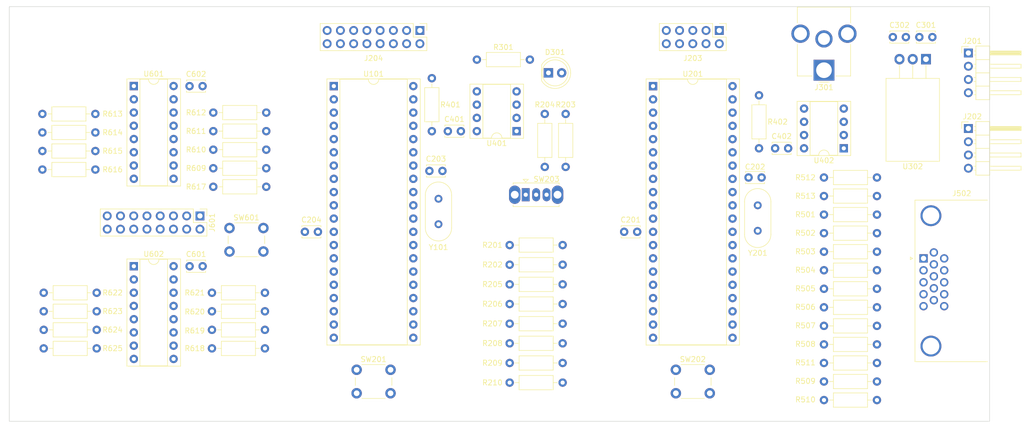
<source format=kicad_pcb>
(kicad_pcb (version 20221018) (generator pcbnew)
  (layers (0 "F.Cu" signal) (31 "B.Cu" signal) (34 "B.Paste" user) (35 "F.Paste" user) (36 "B.SilkS" user "B.Silkscreen") (37 "F.SilkS" user "F.Silkscreen") (38 "B.Mask" user) (39 "F.Mask" user) (44 "Edge.Cuts" user))
  (net 0 "")
  (net 1 "+3.3V")
  (net 2 "Net-(C201-Pad1)")
  (net 3 "Net-(U302-VI)")
  (net 4 "GND")
  (net 5 "Net-(U401-VCC)")
  (net 6 "Net-(U402-VCC)")
  (net 7 "Net-(U601-VCC)")
  (net 8 "Net-(U602-VCC)")
  (net 9 "Net-(D301-A)")
  (net 10 "/Propellers/~{SER_RES_CPU}")
  (net 11 "/Propellers/SER_TX_CPU")
  (net 12 "/Propellers/SER_RX_CPU")
  (net 13 "/Propellers/~{SER_RES_GPU}")
  (net 14 "/Propellers/SER_TX_GPU")
  (net 15 "/Propellers/SER_RX_GPU")
  (net 16 "/Propellers/GPU_SPARE_1")
  (net 17 "/Propellers/GPU_SPARE_2")
  (net 18 "/Propellers/GPU_SPARE_3")
  (net 19 "/Propellers/GPU_SPARE_4")
  (net 20 "/Propellers/GPU_SPARE_5")
  (net 21 "/Propellers/GPU_SPARE_6")
  (net 22 "/Propellers/GPU_SPARE_7")
  (net 23 "/Propellers/GPU_SPARE_8")
  (net 24 "/Propellers/GPU_SPARE_9")
  (net 26 "/Propellers/CPU_SPARE_1")
  (net 27 "/Propellers/CPU_SPARE_2")
  (net 28 "/Propellers/CPU_SPARE_3")
  (net 29 "/Propellers/CPU_SPARE_4")
  (net 30 "/Propellers/CPU_SPARE_5")
  (net 31 "/Propellers/CPU_SPARE_6")
  (net 32 "/Propellers/CPU_SPARE_7")
  (net 33 "/Propellers/CPU_SPARE_8")
  (net 34 "/Propellers/CPU_SPARE_9")
  (net 35 "/Propellers/CPU_SPARE_10")
  (net 36 "/Propellers/CPU_SPARE_11")
  (net 37 "/Propellers/CPU_SPARE_12")
  (net 38 "/Propellers/CPU_SPARE_13")
  (net 39 "/Propellers/CPU_SPARE_14")
  (net 40 "/Propellers/CPU_SPARE_15")
  (net 42 "/VGA_DAC/RED_OUT")
  (net 43 "/VGA_DAC/GREEN_OUT")
  (net 44 "/VGA_DAC/BLUE_OUT")
  (net 49 "Net-(J502-Pad13)")
  (net 50 "Net-(J502-Pad14)")
  (net 52 "Net-(SW203-C)")
  (net 53 "Net-(SW203-A)")
  (net 54 "SDA_CPU")
  (net 55 "SDA_GPU")
  (net 56 "RED1")
  (net 57 "RED2")
  (net 58 "RED3")
  (net 59 "GREEN1")
  (net 60 "GREEN2")
  (net 61 "GREEN3")
  (net 62 "BLUE1")
  (net 63 "BLUE2")
  (net 64 "H_SYNC")
  (net 65 "V_SYNC")
  (net 66 "/Input/IN8")
  (net 67 "/Input/IN7")
  (net 68 "/Input/IN6")
  (net 69 "/Input/IN5")
  (net 70 "/Input/IN4")
  (net 71 "/Input/IN3")
  (net 72 "/Input/IN2")
  (net 73 "/Input/IN1")
  (net 74 "/Input/IN9")
  (net 75 "/Input/IN10")
  (net 76 "/Input/IN11")
  (net 77 "/Input/IN12")
  (net 78 "/Input/IN13")
  (net 79 "/Input/IN14")
  (net 80 "/Input/IN15")
  (net 81 "/Input/IN16")
  (net 82 "/Propellers/DEBUG")
  (net 83 "~{INPUTS_PL}")
  (net 84 "INPUTS_CLK")
  (net 85 "INPUTS")
  (net 86 "/Propellers/GPU_DAT_1")
  (net 87 "/Propellers/CPU_DAT_1")
  (net 88 "/Propellers/GPU_DAT_2")
  (net 89 "/Propellers/CPU_DAT_2")
  (net 90 "/Propellers/GPU_DAT_3")
  (net 91 "/Propellers/CPU_DAT_3")
  (net 92 "/Propellers/GPU_DAT_4")
  (net 93 "/Propellers/CPU_DAT_4")
  (net 94 "SCL_CPU")
  (net 95 "Net-(U201-XI)")
  (net 96 "Net-(U201-XO)")
  (net 97 "SCL_GPU")
  (net 99 "/Input/SHIFT_IN")
  (net 100 "Net-(U601-DS)")
  (net 102 "Net-(C202-Pad1)")
  (net 103 "Net-(C203-Pad1)")
  (net 104 "Net-(U101-XI)")
  (net 105 "Net-(U101-XO)")
  (net 106 "/Propellers/GPU_DAT_5")
  (net 107 "/Propellers/CPU_DAT_5")
  (net 108 "/Propellers/GPU_DAT_6")
  (net 109 "/Propellers/CPU_DAT_6")
  (net 110 "/Propellers/GPU_DAT_7")
  (net 111 "/Propellers/CPU_DAT_7")
  (net 112 "/Propellers/GPU_DAT_8")
  (net 113 "/Propellers/CPU_DAT_8")
  (net 114 "Net-(C204-Pad1)")
  (footprint "Resistor_THT:R_Axial_DIN0207_L6.3mm_D2.5mm_P10.16mm_Horizontal" (layer "F.Cu") (at 156.904 115.485428 180)
    (fp_text reference "R205" (at 13.462 0) (layer "F.SilkS"))
    (fp_text value "200")
    (pad "1" thru_hole circle (at 0 0 180) (size 1.6 1.6) (drill 0.8) (layers "*.Cu" "*.Mask") (net 90 "/Propellers/GPU_DAT_3"))
    (pad "2" thru_hole oval (at 10.16 0 180) (size 1.6 1.6) (drill 0.8) (layers "*.Cu" "*.Mask") (net 91 "/Propellers/CPU_DAT_3"))
  )
  (footprint "Connector_PinHeader_2.54mm:PinHeader_1x04_P2.54mm_Horizontal" (layer "F.Cu") (at 234.696 71.12)
    (fp_text reference "J201" (at 0.762 -2.286) (layer "F.SilkS"))
    (fp_text value "CPU PGMR")
    (pad "1" thru_hole rect (at 0 0) (size 1.7 1.7) (drill 1) (layers "*.Cu" "*.Mask") (net 4 "GND"))
    (pad "2" thru_hole oval (at 0 2.54) (size 1.7 1.7) (drill 1) (layers "*.Cu" "*.Mask") (net 10 "/Propellers/~{SER_RES_CPU}"))
    (pad "3" thru_hole oval (at 0 5.08) (size 1.7 1.7) (drill 1) (layers "*.Cu" "*.Mask") (net 11 "/Propellers/SER_TX_CPU"))
    (pad "4" thru_hole oval (at 0 7.62) (size 1.7 1.7) (drill 1) (layers "*.Cu" "*.Mask") (net 12 "/Propellers/SER_RX_CPU"))
  )
  (footprint "Resistor_THT:R_Axial_DIN0207_L6.3mm_D2.5mm_P10.16mm_Horizontal" (layer "F.Cu") (at 67.31 86.36 180)
    (fp_text reference "R614" (at -3.302 0) (layer "F.SilkS"))
    (fp_text value "10K")
    (pad "1" thru_hole circle (at 0 0 180) (size 1.6 1.6) (drill 0.8) (layers "*.Cu" "*.Mask") (net 79 "/Input/IN14"))
    (pad "2" thru_hole oval (at 10.16 0 180) (size 1.6 1.6) (drill 0.8) (layers "*.Cu" "*.Mask") (net 1 "+3.3V"))
  )
  (footprint "Capacitor_THT:C_Disc_D3.4mm_W2.1mm_P2.50mm" (layer "F.Cu") (at 85.364 77.47)
    (fp_text reference "C602" (at 1.25 -2.3) (layer "F.SilkS"))
    (fp_text value "0.1u")
    (pad "1" thru_hole circle (at 0 0) (size 1.6 1.6) (drill 0.8) (layers "*.Cu" "*.Mask") (net 7 "Net-(U601-VCC)"))
    (pad "2" thru_hole circle (at 2.5 0) (size 1.6 1.6) (drill 0.8) (layers "*.Cu" "*.Mask") (net 1 "+3.3V"))
  )
  (footprint "Resistor_THT:R_Axial_DIN0207_L6.3mm_D2.5mm_P10.16mm_Horizontal" (layer "F.Cu") (at 217.17 105.664 180)
    (fp_text reference "R502" (at 13.716 0.021165) (layer "F.SilkS"))
    (fp_text value "270")
    (pad "1" thru_hole circle (at 0 0 180) (size 1.6 1.6) (drill 0.8) (layers "*.Cu" "*.Mask") (net 42 "/VGA_DAC/RED_OUT"))
    (pad "2" thru_hole oval (at 10.16 0 180) (size 1.6 1.6) (drill 0.8) (layers "*.Cu" "*.Mask") (net 56 "RED1"))
  )
  (footprint "Button_Switch_THT:SW_PUSH_6mm_H5mm" (layer "F.Cu") (at 178.614 131.862)
    (fp_text reference "SW202" (at 3.25 -2) (layer "F.SilkS"))
    (fp_text value "GPU ~{RES}")
    (pad "1" thru_hole circle (at 0 0 90) (size 2 2) (drill 1.1) (layers "*.Cu" "*.Mask") (net 4 "GND"))
    (pad "1" thru_hole circle (at 6.5 0 90) (size 2 2) (drill 1.1) (layers "*.Cu" "*.Mask") (net 4 "GND"))
    (pad "2" thru_hole circle (at 0 4.5 90) (size 2 2) (drill 1.1) (layers "*.Cu" "*.Mask") (net 13 "/Propellers/~{SER_RES_GPU}"))
    (pad "2" thru_hole circle (at 6.5 4.5 90) (size 2 2) (drill 1.1) (layers "*.Cu" "*.Mask") (net 13 "/Propellers/~{SER_RES_GPU}"))
  )
  (footprint "Resistor_THT:R_Axial_DIN0207_L6.3mm_D2.5mm_P10.16mm_Horizontal" (layer "F.Cu") (at 157.48 92.964 90)
    (fp_text reference "R203" (at 11.938 0 180) (layer "F.SilkS"))
    (fp_text value "200")
    (pad "1" thru_hole circle (at 0 0 90) (size 1.6 1.6) (drill 0.8) (layers "*.Cu" "*.Mask") (net 52 "Net-(SW203-C)"))
    (pad "2" thru_hole oval (at 10.16 0 90) (size 1.6 1.6) (drill 0.8) (layers "*.Cu" "*.Mask") (net 1 "+3.3V"))
  )
  (footprint "Connector_PinHeader_2.54mm:PinHeader_2x05_P2.54mm_Vertical" (layer "F.Cu") (at 186.939 66.802 -90)
    (fp_text reference "J203" (at 5.334 5.075 -180) (layer "F.SilkS"))
    (fp_text value "SPARE GPU HDR")
    (pad "1" thru_hole rect (at 0 0 270) (size 1.7 1.7) (drill 1) (layers "*.Cu" "*.Mask") (net 16 "/Propellers/GPU_SPARE_1"))
    (pad "2" thru_hole oval (at 2.54 0 270) (size 1.7 1.7) (drill 1) (layers "*.Cu" "*.Mask") (net 17 "/Propellers/GPU_SPARE_2"))
    (pad "3" thru_hole oval (at 0 2.54 270) (size 1.7 1.7) (drill 1) (layers "*.Cu" "*.Mask") (net 18 "/Propellers/GPU_SPARE_3"))
    (pad "4" thru_hole oval (at 2.54 2.54 270) (size 1.7 1.7) (drill 1) (layers "*.Cu" "*.Mask") (net 19 "/Propellers/GPU_SPARE_4"))
    (pad "5" thru_hole oval (at 0 5.08 270) (size 1.7 1.7) (drill 1) (layers "*.Cu" "*.Mask") (net 20 "/Propellers/GPU_SPARE_5"))
    (pad "6" thru_hole oval (at 2.54 5.08 270) (size 1.7 1.7) (drill 1) (layers "*.Cu" "*.Mask") (net 21 "/Propellers/GPU_SPARE_6"))
    (pad "7" thru_hole oval (at 0 7.62 270) (size 1.7 1.7) (drill 1) (layers "*.Cu" "*.Mask") (net 22 "/Propellers/GPU_SPARE_7"))
    (pad "8" thru_hole oval (at 2.54 7.62 270) (size 1.7 1.7) (drill 1) (layers "*.Cu" "*.Mask") (net 23 "/Propellers/GPU_SPARE_8"))
    (pad "9" thru_hole oval (at 0 10.16 270) (size 1.7 1.7) (drill 1) (layers "*.Cu" "*.Mask") (net 24 "/Propellers/GPU_SPARE_9"))
    (pad "10" thru_hole oval (at 2.54 10.16 270) (size 1.7 1.7) (drill 1) (layers "*.Cu" "*.Mask"))
  )
  (footprint "Package_DIP:DIP-40_W15.24mm_Socket" (layer "F.Cu") (at 113.03 77.47)
    (fp_text reference "U101" (at 7.62 -2.33) (layer "F.SilkS"))
    (fp_text value "P8X32A-D40")
    (pad "1" thru_hole rect (at 0 0) (size 1.6 1.6) (drill 0.8) (layers "*.Cu" "*.Mask") (net 83 "~{INPUTS_PL}"))
    (pad "2" thru_hole oval (at 0 2.54) (size 1.6 1.6) (drill 0.8) (layers "*.Cu" "*.Mask") (net 84 "INPUTS_CLK"))
    (pad "3" thru_hole oval (at 0 5.08) (size 1.6 1.6) (drill 0.8) (layers "*.Cu" "*.Mask") (net 85 "INPUTS"))
    (pad "4" thru_hole oval (at 0 7.62) (size 1.6 1.6) (drill 0.8) (layers "*.Cu" "*.Mask") (net 28 "/Propellers/CPU_SPARE_3"))
    (pad "5" thru_hole oval (at 0 10.16) (size 1.6 1.6) (drill 0.8) (layers "*.Cu" "*.Mask") (net 29 "/Propellers/CPU_SPARE_4"))
    (pad "6" thru_hole oval (at 0 12.7) (size 1.6 1.6) (drill 0.8) (layers "*.Cu" "*.Mask") (net 30 "/Propellers/CPU_SPARE_5"))
    (pad "7" thru_hole oval (at 0 15.24) (size 1.6 1.6) (drill 0.8) (layers "*.Cu" "*.Mask") (net 31 "/Propellers/CPU_SPARE_6"))
    (pad "8" thru_hole oval (at 0 17.78) (size 1.6 1.6) (drill 0.8) (layers "*.Cu" "*.Mask") (net 32 "/Propellers/CPU_SPARE_7"))
    (pad "9" thru_hole oval (at 0 20.32) (size 1.6 1.6) (drill 0.8) (layers "*.Cu" "*.Mask") (net 4 "GND"))
    (pad "10" thru_hole oval (at 0 22.86) (size 1.6 1.6) (drill 0.8) (layers "*.Cu" "*.Mask") (net 4 "GND"))
    (pad "11" thru_hole oval (at 0 25.4) (size 1.6 1.6) (drill 0.8) (layers "*.Cu" "*.Mask") (net 10 "/Propellers/~{SER_RES_CPU}"))
    (pad "12" thru_hole oval (at 0 27.94) (size 1.6 1.6) (drill 0.8) (layers "*.Cu" "*.Mask") (net 114 "Net-(C204-Pad1)"))
    (pad "13" thru_hole oval (at 0 30.48) (size 1.6 1.6) (drill 0.8) (layers "*.Cu" "*.Mask") (net 33 "/Propellers/CPU_SPARE_8"))
    (pad "14" thru_hole oval (at 0 33.02) (size 1.6 1.6) (drill 0.8) (layers "*.Cu" "*.Mask") (net 34 "/Propellers/CPU_SPARE_9"))
    (pad "15" thru_hole oval (at 0 35.56) (size 1.6 1.6) (drill 0.8) (layers "*.Cu" "*.Mask") (net 35 "/Propellers/CPU_SPARE_10"))
    (pad "16" thru_hole oval (at 0 38.1) (size 1.6 1.6) (drill 0.8) (layers "*.Cu" "*.Mask") (net 36 "/Propellers/CPU_SPARE_11"))
    (pad "17" thru_hole oval (at 0 40.64) (size 1.6 1.6) (drill 0.8) (layers "*.Cu" "*.Mask") (net 37 "/Propellers/CPU_SPARE_12"))
    (pad "18" thru_hole oval (at 0 43.18) (size 1.6 1.6) (drill 0.8) (layers "*.Cu" "*.Mask") (net 38 "/Propellers/CPU_SPARE_13"))
    (pad "19" thru_hole oval (at 0 45.72) (size 1.6 1.6) (drill 0.8) (layers "*.Cu" "*.Mask") (net 39 "/Propellers/CPU_SPARE_14"))
    (pad "20" thru_hole oval (at 0 48.26) (size 1.6 1.6) (drill 0.8) (layers "*.Cu" "*.Mask") (net 40 "/Propellers/CPU_SPARE_15"))
    (pad "21" thru_hole oval (at 15.24 48.26) (size 1.6 1.6) (drill 0.8) (layers "*.Cu" "*.Mask") (net 113 "/Propellers/CPU_DAT_8"))
    (pad "22" thru_hole oval (at 15.24 45.72) (size 1.6 1.6) (drill 0.8) (layers "*.Cu" "*.Mask") (net 111 "/Propellers/CPU_DAT_7"))
    (pad "23" thru_hole oval (at 15.24 43.18) (size 1.6 1.6) (drill 0.8) (layers "*.Cu" "*.Mask") (net 109 "/Propellers/CPU_DAT_6"))
    (pad "24" thru_hole oval (at 15.24 40.64) (size 1.6 1.6) (drill 0.8) (layers "*.Cu" "*.Mask") (net 107 "/Propellers/CPU_DAT_5"))
    (pad "25" thru_hole oval (at 15.24 38.1) (size 1.6 1.6) (drill 0.8) (layers "*.Cu" "*.Mask") (net 93 "/Propellers/CPU_DAT_4"))
    (pad "26" thru_hole oval (at 15.24 35.56) (size 1.6 1.6) (drill 0.8) (layers "*.Cu" "*.Mask") (net 91 "/Propellers/CPU_DAT_3"))
    (pad "27" thru_hole oval (at 15.24 33.02) (size 1.6 1.6) (drill 0.8) (layers "*.Cu" "*.Mask") (net 89 "/Propellers/CPU_DAT_2"))
    (pad "28" thru_hole oval (at 15.24 30.48) (size 1.6 1.6) (drill 0.8) (layers "*.Cu" "*.Mask") (net 87 "/Propellers/CPU_DAT_1"))
    (pad "29" thru_hole oval (at 15.24 27.94) (size 1.6 1.6) (drill 0.8) (layers "*.Cu" "*.Mask") (net 4 "GND"))
    (pad "30" thru_hole oval (at 15.24 25.4) (size 1.6 1.6) (drill 0.8) (layers "*.Cu" "*.Mask") (net 104 "Net-(U101-XI)"))
    (pad "31" thru_hole oval (at 15.24 22.86) (size 1.6 1.6) (drill 0.8) (layers "*.Cu" "*.Mask") (net 105 "Net-(U101-XO)"))
    (pad "32" thru_hole oval (at 15.24 20.32) (size 1.6 1.6) (drill 0.8) (layers "*.Cu" "*.Mask") (net 103 "Net-(C203-Pad1)"))
    (pad "33" thru_hole oval (at 15.24 17.78) (size 1.6 1.6) (drill 0.8) (layers "*.Cu" "*.Mask") (net 26 "/Propellers/CPU_SPARE_1"))
    (pad "34" thru_hole oval (at 15.24 15.24) (size 1.6 1.6) (drill 0.8) (layers "*.Cu" "*.Mask") (net 27 "/Propellers/CPU_SPARE_2"))
    (pad "35" thru_hole oval (at 15.24 12.7) (size 1.6 1.6) (drill 0.8) (layers "*.Cu" "*.Mask") (net 65 "V_SYNC"))
    (pad "36" thru_hole oval (at 15.24 10.16) (size 1.6 1.6) (drill 0.8) (layers "*.Cu" "*.Mask") (net 82 "/Propellers/DEBUG"))
    (pad "37" thru_hole oval (at 15.24 7.62) (size 1.6 1.6) (drill 0.8) (layers "*.Cu" "*.Mask") (net 94 "SCL_CPU"))
    (pad "38" thru_hole oval (at 15.24 5.08) (size 1.6 1.6) (drill 0.8) (layers "*.Cu" "*.Mask") (net 54 "SDA_CPU"))
    (pad "39" thru_hole oval (at 15.24 2.54) (size 1.6 1.6) (drill 0.8) (layers "*.Cu" "*.Mask") (net 12 "/Propellers/SER_RX_CPU"))
    (pad "40" thru_hole oval (at 15.24 0) (size 1.6 1.6) (drill 0.8) (layers "*.Cu" "*.Mask") (net 11 "/Propellers/SER_TX_CPU"))
  )
  (footprint "Connector_PinHeader_2.54mm:PinHeader_2x08_P2.54mm_Vertical" (layer "F.Cu") (at 87.361 102.357 -90)
    (fp_text reference "J601" (at 1.27 -2.33 90) (layer "F.SilkS"))
    (fp_text value "CONTROLS")
    (pad "1" thru_hole rect (at 0 0 270) (size 1.7 1.7) (drill 1) (layers "*.Cu" "*.Mask") (net 73 "/Input/IN1"))
    (pad "2" thru_hole oval (at 2.54 0 270) (size 1.7 1.7) (drill 1) (layers "*.Cu" "*.Mask") (net 72 "/Input/IN2"))
    (pad "3" thru_hole oval (at 0 2.54 270) (size 1.7 1.7) (drill 1) (layers "*.Cu" "*.Mask") (net 71 "/Input/IN3"))
    (pad "4" thru_hole oval (at 2.54 2.54 270) (size 1.7 1.7) (drill 1) (layers "*.Cu" "*.Mask") (net 70 "/Input/IN4"))
    (pad "5" thru_hole oval (at 0 5.08 270) (size 1.7 1.7) (drill 1) (layers "*.Cu" "*.Mask") (net 69 "/Input/IN5"))
    (pad "6" thru_hole oval (at 2.54 5.08 270) (size 1.7 1.7) (drill 1) (layers "*.Cu" "*.Mask") (net 68 "/Input/IN6"))
    (pad "7" thru_hole oval (at 0 7.62 270) (size 1.7 1.7) (drill 1) (layers "*.Cu" "*.Mask") (net 67 "/Input/IN7"))
    (pad "8" thru_hole oval (at 2.54 7.62 270) (size 1.7 1.7) (drill 1) (layers "*.Cu" "*.Mask") (net 66 "/Input/IN8"))
    (pad "9" thru_hole oval (at 0 10.16 270) (size 1.7 1.7) (drill 1) (layers "*.Cu" "*.Mask") (net 74 "/Input/IN9"))
    (pad "10" thru_hole oval (at 2.54 10.16 270) (size 1.7 1.7) (drill 1) (layers "*.Cu" "*.Mask") (net 75 "/Input/IN10"))
    (pad "11" thru_hole oval (at 0 12.7 270) (size 1.7 1.7) (drill 1) (layers "*.Cu" "*.Mask") (net 76 "/Input/IN11"))
    (pad "12" thru_hole oval (at 2.54 12.7 270) (size 1.7 1.7) (drill 1) (layers "*.Cu" "*.Mask") (net 77 "/Input/IN12"))
    (pad "13" thru_hole oval (at 0 15.24 270) (size 1.7 1.7) (drill 1) (layers "*.Cu" "*.Mask") (net 78 "/Input/IN13"))
    (pad "14" thru_hole oval (at 2.54 15.24 270) (size 1.7 1.7) (drill 1) (layers "*.Cu" "*.Mask") (net 79 "/Input/IN14"))
    (pad "15" thru_hole oval (at 0 17.78 270) (size 1.7 1.7) (drill 1) (layers "*.Cu" "*.Mask") (net 80 "/Input/IN15"))
    (pad "16" thru_hole oval (at 2.54 17.78 270) (size 1.7 1.7) (drill 1) (layers "*.Cu" "*.Mask") (net 81 "/Input/IN16"))
  )
  (footprint "Package_TO_SOT_THT:TO-220-3_Horizontal_TabDown" (layer "F.Cu") (at 226.568 72.304 180)
    (fp_text reference "U302" (at 2.54 -20.58) (layer "F.SilkS"))
    (fp_text value "LF33_TO220")
    (pad "" np_thru_hole oval (at 2.54 -16.66 180) (size 3.5 3.5) (drill 3.5) (layers "*.Cu" "*.Mask"))
    (pad "1" thru_hole rect (at 0 0 180) (size 1.905 2) (drill 1.1) (layers "*.Cu" "*.Mask") (net 3 "Net-(U302-VI)"))
    (pad "2" thru_hole oval (at 2.54 0 180) (size 1.905 2) (drill 1.1) (layers "*.Cu" "*.Mask") (net 4 "GND"))
    (pad "3" thru_hole oval (at 5.08 0 180) (size 1.905 2) (drill 1.1) (layers "*.Cu" "*.Mask") (net 1 "+3.3V"))
  )
  (footprint "Package_DIP:DIP-40_W15.24mm_Socket" (layer "F.Cu") (at 174.239 77.475)
    (fp_text reference "U201" (at 7.62 -2.33) (layer "F.SilkS"))
    (fp_text value "P8X32A-D40")
    (pad "1" thru_hole rect (at 0 0) (size 1.6 1.6) (drill 0.8) (layers "*.Cu" "*.Mask") (net 82 "/Propellers/DEBUG"))
    (pad "2" thru_hole oval (at 0 2.54) (size 1.6 1.6) (drill 0.8) (layers "*.Cu" "*.Mask") (net 18 "/Propellers/GPU_SPARE_3"))
    (pad "3" thru_hole oval (at 0 5.08) (size 1.6 1.6) (drill 0.8) (layers "*.Cu" "*.Mask") (net 19 "/Propellers/GPU_SPARE_4"))
    (pad "4" thru_hole oval (at 0 7.62) (size 1.6 1.6) (drill 0.8) (layers "*.Cu" "*.Mask") (net 20 "/Propellers/GPU_SPARE_5"))
    (pad "5" thru_hole oval (at 0 10.16) (size 1.6 1.6) (drill 0.8) (layers "*.Cu" "*.Mask") (net 21 "/Propellers/GPU_SPARE_6"))
    (pad "6" thru_hole oval (at 0 12.7) (size 1.6 1.6) (drill 0.8) (layers "*.Cu" "*.Mask") (net 22 "/Propellers/GPU_SPARE_7"))
    (pad "7" thru_hole oval (at 0 15.24) (size 1.6 1.6) (drill 0.8) (layers "*.Cu" "*.Mask") (net 23 "/Propellers/GPU_SPARE_8"))
    (pad "8" thru_hole oval (at 0 17.78) (size 1.6 1.6) (drill 0.8) (layers "*.Cu" "*.Mask") (net 24 "/Propellers/GPU_SPARE_9"))
    (pad "9" thru_hole oval (at 0 20.32) (size 1.6 1.6) (drill 0.8) (layers "*.Cu" "*.Mask") (net 4 "GND"))
    (pad "10" thru_hole oval (at 0 22.86) (size 1.6 1.6) (drill 0.8) (layers "*.Cu" "*.Mask") (net 4 "GND"))
    (pad "11" thru_hole oval (at 0 25.4) (size 1.6 1.6) (drill 0.8) (layers "*.Cu" "*.Mask") (net 13 "/Propellers/~{SER_RES_GPU}"))
    (pad "12" thru_hole oval (at 0 27.94) (size 1.6 1.6) (drill 0.8) (layers "*.Cu" "*.Mask") (net 2 "Net-(C201-Pad1)"))
    (pad "13" thru_hole oval (at 0 30.48) (size 1.6 1.6) (drill 0.8) (layers "*.Cu" "*.Mask") (net 86 "/Propellers/GPU_DAT_1"))
    (pad "14" thru_hole oval (at 0 33.02) (size 1.6 1.6) (drill 0.8) (layers "*.Cu" "*.Mask") (net 88 "/Propellers/GPU_DAT_2"))
    (pad "15" thru_hole oval (at 0 35.56) (size 1.6 1.6) (drill 0.8) (layers "*.Cu" "*.Mask") (net 90 "/Propellers/GPU_DAT_3"))
    (pad "16" thru_hole oval (at 0 38.1) (size 1.6 1.6) (drill 0.8) (layers "*.Cu" "*.Mask") (net 92 "/Propellers/GPU_DAT_4"))
    (pad "17" thru_hole oval (at 0 40.64) (size 1.6 1.6) (drill 0.8) (layers "*.Cu" "*.Mask") (net 106 "/Propellers/GPU_DAT_5"))
    (pad "18" thru_hole oval (at 0 43.18) (size 1.6 1.6) (drill 0.8) (layers "*.Cu" "*.Mask") (net 108 "/Propellers/GPU_DAT_6"))
    (pad "19" thru_hole oval (at 0 45.72) (size 1.6 1.6) (drill 0.8) (layers "*.Cu" "*.Mask") (net 110 "/Propellers/GPU_DAT_7"))
    (pad "20" thru_hole oval (at 0 48.26) (size 1.6 1.6) (drill 0.8) (layers "*.Cu" "*.Mask") (net 112 "/Propellers/GPU_DAT_8"))
    (pad "21" thru_hole oval (at 15.24 48.26) (size 1.6 1.6) (drill 0.8) (layers "*.Cu" "*.Mask") (net 63 "BLUE2"))
    (pad "22" thru_hole oval (at 15.24 45.72) (size 1.6 1.6) (drill 0.8) (layers "*.Cu" "*.Mask") (net 62 "BLUE1"))
    (pad "23" thru_hole oval (at 15.24 43.18) (size 1.6 1.6) (drill 0.8) (layers "*.Cu" "*.Mask") (net 61 "GREEN3"))
    (pad "24" thru_hole oval (at 15.24 40.64) (size 1.6 1.6) (drill 0.8) (layers "*.Cu" "*.Mask") (net 60 "GREEN2"))
    (pad "25" thru_hole oval (at 15.24 38.1) (size 1.6 1.6) (drill 0.8) (layers "*.Cu" "*.Mask") (net 59 "GREEN1"))
    (pad "26" thru_hole oval (at 15.24 35.56) (size 1.6 1.6) (drill 0.8) (layers "*.Cu" "*.Mask") (net 58 "RED3"))
    (pad "27" thru_hole oval (at 15.24 33.02) (size 1.6 1.6) (drill 0.8) (layers "*.Cu" "*.Mask") (net 57 "RED2"))
    (pad "28" thru_hole oval (at 15.24 30.48) (size 1.6 1.6) (drill 0.8) (layers "*.Cu" "*.Mask") (net 56 "RED1"))
    (pad "29" thru_hole oval (at 15.24 27.94) (size 1.6 1.6) (drill 0.8) (layers "*.Cu" "*.Mask") (net 4 "GND"))
    (pad "30" thru_hole oval (at 15.24 25.4) (size 1.6 1.6) (drill 0.8) (layers "*.Cu" "*.Mask") (net 95 "Net-(U201-XI)"))
    (pad "31" thru_hole oval (at 15.24 22.86) (size 1.6 1.6) (drill 0.8) (layers "*.Cu" "*.Mask") (net 96 "Net-(U201-XO)"))
    (pad "32" thru_hole oval (at 15.24 20.32) (size 1.6 1.6) (drill 0.8) (layers "*.Cu" "*.Mask") (net 102 "Net-(C202-Pad1)"))
    (pad "33" thru_hole oval (at 15.24 17.78) (size 1.6 1.6) (drill 0.8) (layers "*.Cu" "*.Mask") (net 65 "V_SYNC"))
    (pad "34" thru_hole oval (at 15.24 15.24) (size 1.6 1.6) (drill 0.8) (layers "*.Cu" "*.Mask") (net 64 "H_SYNC"))
    (pad "35" thru_hole oval (at 15.24 12.7) (size 1.6 1.6) (drill 0.8) (layers "*.Cu" "*.Mask") (net 16 "/Propellers/GPU_SPARE_1"))
    (pad "36" thru_hole oval (at 15.24 10.16) (size 1.6 1.6) (drill 0.8) (layers "*.Cu" "*.Mask") (net 17 "/Propellers/GPU_SPARE_2"))
    (pad "37" thru_hole oval (at 15.24 7.62) (size 1.6 1.6) (drill 0.8) (layers "*.Cu" "*.Mask") (net 97 "SCL_GPU"))
    (pad "38" thru_hole oval (at 15.24 5.08) (size 1.6 1.6) (drill 0.8) (layers "*.Cu" "*.Mask") (net 55 "SDA_GPU"))
    (pad "39" thru_hole oval (at 15.24 2.54) (size 1.6 1.6) (drill 0.8) (layers "*.Cu" "*.Mask") (net 15 "/Propellers/SER_RX_GPU"))
    (pad "40" thru_hole oval (at 15.24 0) (size 1.6 1.6) (drill 0.8) (layers "*.Cu" "*.Mask") (net 14 "/Propellers/SER_TX_GPU"))
  )
  (footprint "Crystal:Crystal_HC49-U_Vertical" (layer "F.Cu") (at 133.096 99.07 -90)
    (fp_text reference "Y101" (at 9.308 0 -180) (layer "F.SilkS"))
    (fp_text value "6.5MHz")
    (pad "1" thru_hole circle (at 0 0 270) (size 1.5 1.5) (drill 0.8) (layers "*.Cu" "*.Mask") (net 105 "Net-(U101-XO)"))
    (pad "2" thru_hole circle (at 4.88 0 270) (size 1.5 1.5) (drill 0.8) (layers "*.Cu" "*.Mask") (net 104 "Net-(U101-XI)"))
  )
  (footprint "Resistor_THT:R_Axial_DIN0207_L6.3mm_D2.5mm_P10.16mm_Horizontal" (layer "F.Cu") (at 89.916 86.106)
    (fp_text reference "R611" (at -3.302 0) (layer "F.SilkS"))
    (fp_text value "10K")
    (pad "1" thru_hole circle (at 0 0) (size 1.6 1.6) (drill 0.8) (layers "*.Cu" "*.Mask") (net 76 "/Input/IN11"))
    (pad "2" thru_hole oval (at 10.16 0) (size 1.6 1.6) (drill 0.8) (layers "*.Cu" "*.Mask") (net 1 "+3.3V"))
  )
  (footprint "Connector_Dsub:DSUB-15-HD_Female_Horizontal_P2.29x1.98mm_EdgePinOffset8.35mm_Housed_MountingHolesOffset10.89mm" (layer "F.Cu") (at 226.101669 110.508 90)
    (fp_text reference "J502" (at 12.464 7.324331 180) (layer "F.SilkS"))
    (fp_text value "VGA OUT")
    (pad "0" thru_hole circle (at -16.815 1.42 90) (size 4 4) (drill 3.2) (layers "*.Cu" "*.Mask") (net 4 "GND"))
    (pad "0" thru_hole circle (at 8.185 1.42 90) (size 4 4) (drill 3.2) (layers "*.Cu" "*.Mask") (net 4 "GND"))
    (pad "1" thru_hole rect (at 0 0 90) (size 1.6 1.6) (drill 1) (layers "*.Cu" "*.Mask") (net 42 "/VGA_DAC/RED_OUT"))
    (pad "2" thru_hole circle (at -2.29 0 90) (size 1.6 1.6) (drill 1) (layers "*.Cu" "*.Mask") (net 43 "/VGA_DAC/GREEN_OUT"))
    (pad "3" thru_hole circle (at -4.58 0 90) (size 1.6 1.6) (drill 1) (layers "*.Cu" "*.Mask") (net 44 "/VGA_DAC/BLUE_OUT"))
    (pad "4" thru_hole circle (at -6.87 0 90) (size 1.6 1.6) (drill 1) (layers "*.Cu" "*.Mask"))
    (pad "5" thru_hole circle (at -9.16 0 90) (size 1.6 1.6) (drill 1) (layers "*.Cu" "*.Mask") (net 4 "GND"))
    (pad "6" thru_hole circle (at 1.145 1.98 90) (size 1.6 1.6) (drill 1) (layers "*.Cu" "*.Mask") (net 4 "GND"))
    (pad "7" thru_hole circle (at -1.145 1.98 90) (size 1.6 1.6) (drill 1) (layers "*.Cu" "*.Mask") (net 4 "GND"))
    (pad "8" thru_hole circle (at -3.435 1.98 90) (size 1.6 1.6) (drill 1) (layers "*.Cu" "*.Mask") (net 4 "GND"))
    (pad "9" thru_hole circle (at -5.725 1.98 90) (size 1.6 1.6) (drill 1) (layers "*.Cu" "*.Mask"))
    (pad "10" thru_hole circle (at -8.015 1.98 90) (size 1.6 1.6) (drill 1) (layers "*.Cu" "*.Mask") (net 4 "GND"))
    (pad "11" thru_hole circle (at 0 3.96 90) (size 1.6 1.6) (drill 1) (layers "*.Cu" "*.Mask"))
    (pad "12" thru_hole circle (at -2.29 3.96 90) (size 1.6 1.6) (drill 1) (layers "*.Cu" "*.Mask"))
    (pad "13" thru_hole circle (at -4.58 3.96 90) (size 1.6 1.6) (drill 1) (layers "*.Cu" "*.Mask") (net 49 "Net-(J502-Pad13)"))
    (pad "14" thru_hole circle (at -6.87 3.96 90) (size 1.6 1.6) (drill 1) (layers "*.Cu" "*.Mask") (net 50 "Net-(J502-Pad14)"))
    (pad "15" thru_hole circle (at -9.16 3.96 90) (size 1.6 1.6) (drill 1) (layers "*.Cu" "*.Mask"))
  )
  (footprint "Resistor_THT:R_Axial_DIN0207_L6.3mm_D2.5mm_P10.16mm_Horizontal" (layer "F.Cu") (at 217.17 112.776 180)
    (fp_text reference "R504" (at 13.716 0.035275) (layer "F.SilkS"))
    (fp_text value "1.1K")
    (pad "1" thru_hole circle (at 0 0 180) (size 1.6 1.6) (drill 0.8) (layers "*.Cu" "*.Mask") (net 42 "/VGA_DAC/RED_OUT"))
    (pad "2" thru_hole oval (at 10.16 0 180) (size 1.6 1.6) (drill 0.8) (layers "*.Cu" "*.Mask") (net 58 "RED3"))
  )
  (footprint "Resistor_THT:R_Axial_DIN0207_L6.3mm_D2.5mm_P10.16mm_Horizontal" (layer "F.Cu") (at 156.904 126.78857 180)
    (fp_text reference "R208" (at 13.462 0) (layer "F.SilkS"))
    (fp_text value "200")
    (pad "1" thru_hole circle (at 0 0 180) (size 1.6 1.6) (drill 0.8) (layers "*.Cu" "*.Mask") (net 108 "/Propellers/GPU_DAT_6"))
    (pad "2" thru_hole oval (at 10.16 0 180) (size 1.6 1.6) (drill 0.8) (layers "*.Cu" "*.Mask") (net 109 "/Propellers/CPU_DAT_6"))
  )
  (footprint "Resistor_THT:R_Axial_DIN0207_L6.3mm_D2.5mm_P10.16mm_Horizontal" (layer "F.Cu") (at 89.916 93.218)
    (fp_text reference "R609" (at -3.302 0) (layer "F.SilkS"))
    (fp_text value "10K")
    (pad "1" thru_hole circle (at 0 0) (size 1.6 1.6) (drill 0.8) (layers "*.Cu" "*.Mask") (net 74 "/Input/IN9"))
    (pad "2" thru_hole oval (at 10.16 0) (size 1.6 1.6) (drill 0.8) (layers "*.Cu" "*.Mask") (net 1 "+3.3V"))
  )
  (footprint "Connector_PinHeader_2.54mm:PinHeader_2x08_P2.54mm_Vertical" (layer "F.Cu") (at 129.53 66.802 -90)
    (fp_text reference "J204" (at 5.334 8.88 -180) (layer "F.SilkS"))
    (fp_text value "SPARE CPU HDR")
    (pad "1" thru_hole rect (at 0 0 270) (size 1.7 1.7) (drill 1) (layers "*.Cu" "*.Mask") (net 26 "/Propellers/CPU_SPARE_1"))
    (pad "2" thru_hole oval (at 2.54 0 270) (size 1.7 1.7) (drill 1) (layers "*.Cu" "*.Mask") (net 27 "/Propellers/CPU_SPARE_2"))
    (pad "3" thru_hole oval (at 0 2.54 270) (size 1.7 1.7) (drill 1) (layers "*.Cu" "*.Mask") (net 28 "/Propellers/CPU_SPARE_3"))
    (pad "4" thru_hole oval (at 2.54 2.54 270) (size 1.7 1.7) (drill 1) (layers "*.Cu" "*.Mask") (net 29 "/Propellers/CPU_SPARE_4"))
    (pad "5" thru_hole oval (at 0 5.08 270) (size 1.7 1.7) (drill 1) (layers "*.Cu" "*.Mask") (net 30 "/Propellers/CPU_SPARE_5"))
    (pad "6" thru_hole oval (at 2.54 5.08 270) (size 1.7 1.7) (drill 1) (layers "*.Cu" "*.Mask") (net 31 "/Propellers/CPU_SPARE_6"))
    (pad "7" thru_hole oval (at 0 7.62 270) (size 1.7 1.7) (drill 1) (layers "*.Cu" "*.Mask") (net 32 "/Propellers/CPU_SPARE_7"))
    (pad "8" thru_hole oval (at 2.54 7.62 270) (size 1.7 1.7) (drill 1) (layers "*.Cu" "*.Mask") (net 33 "/Propellers/CPU_SPARE_8"))
    (pad "9" thru_hole oval (at 0 10.16 270) (size 1.7 1.7) (drill 1) (layers "*.Cu" "*.Mask") (net 34 "/Propellers/CPU_SPARE_9"))
    (pad "10" thru_hole oval (at 2.54 10.16 270) (size 1.7 1.7) (drill 1) (layers "*.Cu" "*.Mask") (net 35 "/Propellers/CPU_SPARE_10"))
    (pad "11" thru_hole oval (at 0 12.7 270) (size 1.7 1.7) (drill 1) (layers "*.Cu" "*.Mask") (net 36 "/Propellers/CPU_SPARE_11"))
    (pad "12" thru_hole oval (at 2.54 12.7 270) (size 1.7 1.7) (drill 1) (layers "*.Cu" "*.Mask") (net 37 "/Propellers/CPU_SPARE_12"))
    (pad "13" thru_hole oval (at 0 15.24 270) (size 1.7 1.7) (drill 1) (layers "*.Cu" "*.Mask") (net 38 "/Propellers/CPU_SPARE_13"))
    (pad "14" thru_hole oval (at 2.54 15.24 270) (size 1.7 1.7) (drill 1) (layers "*.Cu" "*.Mask") (net 39 "/Propellers/CPU_SPARE_14"))
    (pad "15" thru_hole oval (at 0 17.78 270) (size 1.7 1.7) (drill 1) (layers "*.Cu" "*.Mask") (net 40 "/Propellers/CPU_SPARE_15"))
    (pad "16" thru_hole oval (at 2.54 17.78 270) (size 1.7 1.7) (drill 1) (layers "*.Cu" "*.Mask"))
  )
  (footprint "Resistor_THT:R_Axial_DIN0207_L6.3mm_D2.5mm_P10.16mm_Horizontal" (layer "F.Cu") (at 89.662 120.65)
    (fp_text reference "R620" (at -3.302 0.084666) (layer "F.SilkS"))
    (fp_text value "10K")
    (pad "1" thru_hole circle (at 0 0) (size 1.6 1.6) (drill 0.8) (layers "*.Cu" "*.Mask") (net 71 "/Input/IN3"))
    (pad "2" thru_hole oval (at 10.16 0) (size 1.6 1.6) (drill 0.8) (layers "*.Cu" "*.Mask") (net 1 "+3.3V"))
  )
  (footprint "Capacitor_THT:C_Disc_D3.4mm_W2.1mm_P2.50mm" (layer "F.Cu") (at 107.482 105.41)
    (fp_text reference "C204" (at 1.25 -2.3) (layer "F.SilkS"))
    (fp_text value "0.1u")
    (pad "1" thru_hole circle (at 0 0) (size 1.6 1.6) (drill 0.8) (layers "*.Cu" "*.Mask") (net 114 "Net-(C204-Pad1)"))
    (pad "2" thru_hole circle (at 2.5 0) (size 1.6 1.6) (drill 0.8) (layers "*.Cu" "*.Mask") (net 1 "+3.3V"))
  )
  (footprint "Capacitor_THT:C_Disc_D3.4mm_W2.1mm_P2.50mm" (layer "F.Cu") (at 134.894 86.116)
    (fp_text reference "C401" (at 1.25 -2.3) (layer "F.SilkS"))
    (fp_text value "0.1u")
    (pad "1" thru_hole circle (at 0 0) (size 1.6 1.6) (drill 0.8) (layers "*.Cu" "*.Mask") (net 5 "Net-(U401-VCC)"))
    (pad "2" thru_hole circle (at 2.5 0) (size 1.6 1.6) (drill 0.8) (layers "*.Cu" "*.Mask") (net 1 "+3.3V"))
  )
  (footprint "Capacitor_THT:C_Disc_D3.4mm_W2.1mm_P2.50mm" (layer "F.Cu") (at 195.052 94.996 180)
    (fp_text reference "C202" (at 1.25 2.032) (layer "F.SilkS"))
    (fp_text value "0.1u")
    (pad "1" thru_hole circle (at 0 0 180) (size 1.6 1.6) (drill 0.8) (layers "*.Cu" "*.Mask") (net 102 "Net-(C202-Pad1)"))
    (pad "2" thru_hole circle (at 2.5 0 180) (size 1.6 1.6) (drill 0.8) (layers "*.Cu" "*.Mask") (net 1 "+3.3V"))
  )
  (footprint "Resistor_THT:R_Axial_DIN0207_L6.3mm_D2.5mm_P10.16mm_Horizontal" (layer "F.Cu") (at 67.31 82.804 180)
    (fp_text reference "R613" (at -3.302 0) (layer "F.SilkS"))
    (fp_text value "10K")
    (pad "1" thru_hole circle (at 0 0 180) (size 1.6 1.6) (drill 0.8) (layers "*.Cu" "*.Mask") (net 78 "/Input/IN13"))
    (pad "2" thru_hole oval (at 10.16 0 180) (size 1.6 1.6) (drill 0.8) (layers "*.Cu" "*.Mask") (net 1 "+3.3V"))
  )
  (footprint "Connector_PinHeader_2.54mm:PinHeader_1x04_P2.54mm_Horizontal" (layer "F.Cu") (at 234.696 85.598)
    (fp_text reference "J202" (at 0.762 -2.286) (layer "F.SilkS"))
    (fp_text value "GPU PGMR")
    (pad "1" thru_hole rect (at 0 0) (size 1.7 1.7) (drill 1) (layers "*.Cu" "*.Mask") (net 4 "GND"))
    (pad "2" thru_hole oval (at 0 2.54) (size 1.7 1.7) (drill 1) (layers "*.Cu" "*.Mask") (net 13 "/Propellers/~{SER_RES_GPU}"))
    (pad "3" thru_hole oval (at 0 5.08) (size 1.7 1.7) (drill 1) (layers "*.Cu" "*.Mask") (net 14 "/Propellers/SER_TX_GPU"))
    (pad "4" thru_hole oval (at 0 7.62) (size 1.7 1.7) (drill 1) (layers "*.Cu" "*.Mask") (net 15 "/Propellers/SER_RX_GPU"))
  )
  (footprint "Resistor_THT:R_Axial_DIN0207_L6.3mm_D2.5mm_P10.16mm_Horizontal" (layer "F.Cu") (at 89.916 89.662)
    (fp_text reference "R610" (at -3.302 0) (layer "F.SilkS"))
    (fp_text value "10K")
    (pad "1" thru_hole circle (at 0 0) (size 1.6 1.6) (drill 0.8) (layers "*.Cu" "*.Mask") (net 75 "/Input/IN10"))
    (pad "2" thru_hole oval (at 10.16 0) (size 1.6 1.6) (drill 0.8) (layers "*.Cu" "*.Mask") (net 1 "+3.3V"))
  )
  (footprint "Package_DIP:DIP-16_W7.62mm_Socket" (layer "F.Cu") (at 74.686 112.004)
    (fp_text reference "U602" (at 3.81 -2.33) (layer "F.SilkS"))
    (fp_text value "74HC165")
    (pad "1" thru_hole rect (at 0 0) (size 1.6 1.6) (drill 0.8) (layers "*.Cu" "*.Mask") (net 83 "~{INPUTS_PL}"))
    (pad "2" thru_hole oval (at 0 2.54) (size 1.6 1.6) (drill 0.8) (layers "*.Cu" "*.Mask") (net 84 "INPUTS_CLK"))
    (pad "3" thru_hole oval (at 0 5.08) (size 1.6 1.6) (drill 0.8) (layers "*.Cu" "*.Mask") (net 69 "/Input/IN5"))
    (pad "4" thru_hole oval (at 0 7.62) (size 1.6 1.6) (drill 0.8) (layers "*.Cu" "*.Mask") (net 68 "/Input/IN6"))
    (pad "5" thru_hole oval (at 0 10.16) (size 1.6 1.6) (drill 0.8) (layers "*.Cu" "*.Mask") (net 67 "/Input/IN7"))
    (pad "6" thru_hole oval (at 0 12.7) (size 1.6 1.6) (drill 0.8) (layers "*.Cu" "*.Mask") (net 66 "/Input/IN8"))
    (pad "7" thru_hole oval (at 0 15.24) (size 1.6 1.6) (drill 0.8) (layers "*.Cu" "*.Mask"))
    (pad "8" thru_hole oval (at 0 17.78) (size 1.6 1.6) (drill 0.8) (layers "*.Cu" "*.Mask") (net 4 "GND"))
    (pad "9" thru_hole oval (at 7.62 17.78) (size 1.6 1.6) (drill 0.8) (layers "*.Cu" "*.Mask") (net 85 "INPUTS"))
    (pad "10" thru_hole oval (at 7.62 15.24) (size 1.6 1.6) (drill 0.8) (layers "*.Cu" "*.Mask") (net 99 "/Input/SHIFT_IN"))
    (pad "11" thru_hole oval (at 7.62 12.7) (size 1.6 1.6) (drill 0.8) (layers "*.Cu" "*.Mask") (net 73 "/Input/IN1"))
    (pad "12" thru_hole oval (at 7.62 10.16) (size 1.6 1.6) (drill 0.8) (layers "*.Cu" "*.Mask") (net 72 "/Input/IN2"))
    (pad "13" thru_hole oval (at 7.62 7.62) (size 1.6 1.6) (drill 0.8) (layers "*.Cu" "*.Mask") (net 71 "/Input/IN3"))
    (pad "14" thru_hole oval (at 7.62 5.08) (size 1.6 1.6) (drill 0.8) (layers "*.Cu" "*.Mask") (net 70 "/Input/IN4"))
    (pad "15" thru_hole oval (at 7.62 2.54) (size 1.6 1.6) (drill 0.8) (layers "*.Cu" "*.Mask") (net 4 "GND"))
    (pad "16" thru_hole oval (at 7.62 0) (size 1.6 1.6) (drill 0.8) (layers "*.Cu" "*.Mask") (net 8 "Net-(U602-VCC)"))
  )
  (footprint "Resistor_THT:R_Axial_DIN0207_L6.3mm_D2.5mm_P10.16mm_Horizontal" (layer "F.Cu") (at 89.662 124.206)
    (fp_text reference "R619" (at -3.302 0.169332) (layer "F.SilkS"))
    (fp_text value "10K")
    (pad "1" thru_hole circle (at 0 0) (size 1.6 1.6) (drill 0.8) (layers "*.Cu" "*.Mask") (net 72 "/Input/IN2"))
    (pad "2" thru_hole oval (at 10.16 0) (size 1.6 1.6) (drill 0.8) (layers "*.Cu" "*.Mask") (net 1 "+3.3V"))
  )
  (footprint "Resistor_THT:R_Axial_DIN0207_L6.3mm_D2.5mm_P10.16mm_Horizontal" (layer "F.Cu") (at 207.01 127)
    (fp_text reference "R508" (at -3.556 -0.063495) (layer "F.SilkS"))
    (fp_text value "150")
    (pad "1" thru_hole circle (at 0 0) (size 1.6 1.6) (drill 0.8) (layers "*.Cu" "*.Mask") (net 4 "GND"))
    (pad "2" thru_hole oval (at 10.16 0) (size 1.6 1.6) (drill 0.8) (layers "*.Cu" "*.Mask") (net 43 "/VGA_DAC/GREEN_OUT"))
  )
  (footprint "Resistor_THT:R_Axial_DIN0207_L6.3mm_D2.5mm_P10.16mm_Horizontal" (layer "F.Cu") (at 67.564 124.206 180)
    (fp_text reference "R624" (at -3.048 0) (layer "F.SilkS"))
    (fp_text value "10K")
    (pad "1" thru_hole circle (at 0 0 180) (size 1.6 1.6) (drill 0.8) (layers "*.Cu" "*.Mask") (net 67 "/Input/IN7"))
    (pad "2" thru_hole oval (at 10.16 0 180) (size 1.6 1.6) (drill 0.8) (layers "*.Cu" "*.Mask") (net 1 "+3.3V"))
  )
  (footprint "Package_DIP:DIP-8_W7.62mm_Socket" (layer "F.Cu") (at 148.072 86.106 180)
    (fp_text reference "U401" (at 3.81 -2.33) (layer "F.SilkS"))
    (fp_text value "24LC256")
    (pad "1" thru_hole rect (at 0 0 180) (size 1.6 1.6) (drill 0.8) (layers "*.Cu" "*.Mask") (net 4 "GND"))
    (pad "2" thru_hole oval (at 0 2.54 180) (size 1.6 1.6) (drill 0.8) (layers "*.Cu" "*.Mask") (net 4 "GND"))
    (pad "3" thru_hole oval (at 0 5.08 180) (size 1.6 1.6) (drill 0.8) (layers "*.Cu" "*.Mask") (net 4 "GND"))
    (pad "4" thru_hole oval (at 0 7.62 180) (size 1.6 1.6) (drill 0.8) (layers "*.Cu" "*.Mask") (net 4 "GND"))
    (pad "5" thru_hole oval (at 7.62 7.62 180) (size 1.6 1.6) (drill 0.8) (layers "*.Cu" "*.Mask") (net 54 "SDA_CPU"))
    (pad "6" thru_hole oval (at 7.62 5.08 180) (size 1.6 1.6) (drill 0.8) (layers "*.Cu" "*.Mask") (net 94 "SCL_CPU"))
    (pad "7" thru_hole oval (at 7.62 2.54 180) (size 1.6 1.6) (drill 0.8) (layers "*.Cu" "*.Mask") (net 4 "GND"))
    (pad "8" thru_hole oval (at 7.62 0 180) (size 1.6 1.6) (drill 0.8) (layers "*.Cu" "*.Mask") (net 5 "Net-(U401-VCC)"))
  )
  (footprint "Resistor_THT:R_Axial_DIN0207_L6.3mm_D2.5mm_P10.16mm_Horizontal" (layer "F.Cu") (at 156.904 111.717714 180)
    (fp_text reference "R202" (at 13.462 0) (layer "F.SilkS"))
    (fp_text value "200")
    (pad "1" thru_hole circle (at 0 0 180) (size 1.6 1.6) (drill 0.8) (layers "*.Cu" "*.Mask") (net 88 "/Propellers/GPU_DAT_2"))
    (pad "2" thru_hole oval (at 10.16 0 180) (size 1.6 1.6) (drill 0.8) (layers "*.Cu" "*.Mask") (net 89 "/Propellers/CPU_DAT_2"))
  )
  (footprint "LED_THT:LED_D5.0mm" (layer "F.Cu") (at 154.178 74.93)
    (fp_text reference "D301" (at 1.27 -3.96) (layer "F.SilkS"))
    (fp_text value "POWER LED")
    (pad "1" thru_hole rect (at 0 0) (size 1.8 1.8) (drill 0.9) (layers "*.Cu" "*.Mask") (net 4 "GND"))
    (pad "2" thru_hole circle (at 2.54 0) (size 1.8 1.8) (drill 0.9) (layers "*.Cu" "*.Mask") (net 9 "Net-(D301-A)"))
  )
  (footprint "Resistor_THT:R_Axial_DIN0207_L6.3mm_D2.5mm_P10.16mm_Horizontal" (layer "F.Cu") (at 217.17 102.108 180)
    (fp_text reference "R501" (at 13.716 0.01411) (layer "F.SilkS"))
    (fp_text value "150")
    (pad "1" thru_hole circle (at 0 0 180) (size 1.6 1.6) (drill 0.8) (layers "*.Cu" "*.Mask") (net 4 "GND"))
    (pad "2" thru_hole oval (at 10.16 0 180) (size 1.6 1.6) (drill 0.8) (layers "*.Cu" "*.Mask") (net 42 "/VGA_DAC/RED_OUT"))
  )
  (footprint "Resistor_THT:R_Axial_DIN0207_L6.3mm_D2.5mm_P10.16mm_Horizontal" (layer "F.Cu") (at 67.31 89.916 180)
    (fp_text reference "R615" (at -3.302 0) (layer "F.SilkS"))
    (fp_text value "10K")
    (pad "1" thru_hole circle (at 0 0 180) (size 1.6 1.6) (drill 0.8) (layers "*.Cu" "*.Mask") (net 80 "/Input/IN15"))
    (pad "2" thru_hole oval (at 10.16 0 180) (size 1.6 1.6) (drill 0.8) (layers "*.Cu" "*.Mask") (net 1 "+3.3V"))
  )
  (footprint "Resistor_THT:R_Axial_DIN0207_L6.3mm_D2.5mm_P10.16mm_Horizontal" (layer "F.Cu") (at 131.826 75.956 -90)
    (fp_text reference "R401" (at 5.08 -3.556 -180) (layer "F.SilkS"))
    (fp_text value "10K")
    (pad "1" thru_hole circle (at 0 0 270) (size 1.6 1.6) (drill 0.8) (layers "*.Cu" "*.Mask") (net 54 "SDA_CPU"))
    (pad "2" thru_hole oval (at 10.16 0 270) (size 1.6 1.6) (drill 0.8) (layers "*.Cu" "*.Mask") (net 5 "Net-(U401-VCC)"))
  )
  (footprint "Resistor_THT:R_Axial_DIN0207_L6.3mm_D2.5mm_P10.16mm_Horizontal" (layer "F.Cu") (at 156.904 107.95 180)
    (fp_text reference "R201" (at 13.462 0) (layer "F.SilkS"))
    (fp_text value "200")
    (pad "1" thru_hole circle (at 0 0 180) (size 1.6 1.6) (drill 0.8) (layers "*.Cu" "*.Mask") (net 86 "/Propellers/GPU_DAT_1"))
    (pad "2" thru_hole oval (at 10.16 0 180) (size 1.6 1.6) (drill 0.8) (layers "*.Cu" "*.Mask") (net 87 "/Propellers/CPU_DAT_1"))
  )
  (footprint "Resistor_THT:R_Axial_DIN0207_L6.3mm_D2.5mm_P10.16mm_Horizontal" (layer "F.Cu") (at 67.564 120.65 180)
    (fp_text reference "R623" (at -3.048 0) (layer "F.SilkS"))
    (fp_text value "10K")
    (pad "1" thru_hole circle (at 0 0 180) (size 1.6 1.6) (drill 0.8) (layers "*.Cu" "*.Mask") (net 68 "/Input/IN6"))
    (pad "2" thru_hole oval (at 10.16 0 180) (size 1.6 1.6) (drill 0.8) (layers "*.Cu" "*.Mask") (net 1 "+3.3V"))
  )
  (footprint "Capacitor_THT:C_Disc_D3.4mm_W2.1mm_P2.50mm" (layer "F.Cu") (at 168.696 105.41)
    (fp_text reference "C201" (at 1.25 -2.3) (layer "F.SilkS"))
    (fp_text value "0.1u")
    (pad "1" thru_hole circle (at 0 0) (size 1.6 1.6) (drill 0.8) (layers "*.Cu" "*.Mask") (net 2 "Net-(C201-Pad1)"))
    (pad "2" thru_hole circle (at 2.5 0) (size 1.6 1.6) (drill 0.8) (layers "*.Cu" "*.Mask") (net 1 "+3.3V"))
  )
  (footprint "Resistor_THT:R_Axial_DIN0207_L6.3mm_D2.5mm_P10.16mm_Horizontal" (layer "F.Cu") (at 217.17 94.996 180)
    (fp_text reference "R512" (at 13.716 0) (layer "F.SilkS"))
    (fp_text value "220")
    (pad "1" thru_hole circle (at 0 0 180) (size 1.6 1.6) (drill 0.8) (layers "*.Cu" "*.Mask") (net 50 "Net-(J502-Pad14)"))
    (pad "2" thru_hole oval (at 10.16 0 180) (size 1.6 1.6) (drill 0.8) (layers "*.Cu" "*.Mask") (net 64 "H_SYNC"))
  )
  (footprint "Resistor_THT:R_Axial_DIN0207_L6.3mm_D2.5mm_P10.16mm_Horizontal" (layer "F.Cu") (at 89.662 117.094)
    (fp_text reference "R621" (at -3.302 0) (layer "F.SilkS"))
    (fp_text value "10K")
    (pad "1" thru_hole circle (at 0 0) (size 1.6 1.6) (drill 0.8) (layers "*.Cu" "*.Mask") (net 70 "/Input/IN4"))
    (pad "2" thru_hole oval (at 10.16 0) (size 1.6 1.6) (drill 0.8) (layers "*.Cu" "*.Mask") (net 1 "+3.3V"))
  )
  (footprint "Resistor_THT:R_Axial_DIN0207_L6.3mm_D2.5mm_P10.16mm_Horizontal" (layer "F.Cu") (at 194.554 79.238 -90)
    (fp_text reference "R402" (at 5.09 -3.566 -180) (layer "F.SilkS"))
    (fp_text value "10K")
    (pad "1" thru_hole circle (at 0 0 270) (size 1.6 1.6) (drill 0.8) (layers "*.Cu" "*.Mask") (net 55 "SDA_GPU"))
    (pad "2" thru_hole oval (at 10.16 0 270) (size 1.6 1.6) (drill 0.8) (layers "*.Cu" "*.Mask") (net 6 "Net-(U402-VCC)"))
  )
  (footprint "Capacitor_THT:C_Disc_D3.4mm_W2.1mm_P2.50mm" (layer "F.Cu") (at 85.374 112.004)
    (fp_text reference "C601" (at 1.25 -2.3) (layer "F.SilkS"))
    (fp_text value "0.1u")
    (pad "1" thru_hole circle (at 0 0) (size 1.6 1.6) (drill 0.8) (layers "*.Cu" "*.Mask") (net 8 "Net-(U602-VCC)"))
    (pad "2" thru_hole circle (at 2.5 0) (size 1.6 1.6) (drill 0.8) (layers "*.Cu" "*.Mask") (net 1 "+3.3V"))
  )
  (footprint "Resistor_THT:R_Axial_DIN0207_L6.3mm_D2.5mm_P10.16mm_Horizontal" (layer "F.Cu") (at 217.17 116.332 180)
    (fp_text reference "R505" (at 13.716 0.04233) (layer "F.SilkS"))
    (fp_text value "270")
    (pad "1" thru_hole circle (at 0 0 180) (size 1.6 1.6) (drill 0.8) (layers "*.Cu" "*.Mask") (net 43 "/VGA_DAC/GREEN_OUT"))
    (pad "2" thru_hole oval (at 10.16 0 180) (size 1.6 1.6) (drill 0.8) (layers "*.Cu" "*.Mask") (net 59 "GREEN1"))
  )
  (footprint "Button_Switch_THT:SW_PUSH_6mm_H5mm" (layer "F.Cu") (at 93.026 104.684)
    (fp_text reference "SW601" (at 3.25 -2) (layer "F.SilkS"))
    (fp_text value "TILT")
    (pad "1" thru_hole circle (at 0 0 90) (size 2 2) (drill 1.1) (layers "*.Cu" "*.Mask") (net 4 "GND"))
    (pad "1" thru_hole circle (at 6.5 0 90) (size 2 2) (drill 1.1) (layers "*.Cu" "*.Mask") (net 4 "GND"))
    (pad "2" thru_hole circle (at 0 4.5 90) (size 2 2) (drill 1.1) (layers "*.Cu" "*.Mask") (net 100 "Net-(U601-DS)"))
    (pad "2" thru_hole circle (at 6.5 4.5 90) (size 2 2) (drill 1.1) (layers "*.Cu" "*.Mask") (net 100 "Net-(U601-DS)"))
  )
  (footprint "Resistor_THT:R_Axial_DIN0207_L6.3mm_D2.5mm_P10.16mm_Horizontal" (layer "F.Cu") (at 140.462 72.39)
    (fp_text reference "R301" (at 5.08 -2.37) (layer "F.SilkS"))
    (fp_text value "100")
    (pad "1" thru_hole circle (at 0 0) (size 1.6 1.6) (drill 0.8) (layers "*.Cu" "*.Mask") (net 1 "+3.3V"))
    (pad "2" thru_hole oval (at 10.16 0) (size 1.6 1.6) (drill 0.8) (layers "*.Cu" "*.Mask") (net 9 "Net-(D301-A)"))
  )
  (footprint "Capacitor_THT:C_Disc_D3.4mm_W2.1mm_P2.50mm" (layer "F.Cu") (at 131.358 93.736)
    (fp_text reference "C203" (at 1.25 -2.3) (layer "F.SilkS"))
    (fp_text value "0.1u")
    (pad "1" thru_hole circle (at 0 0) (size 1.6 1.6) (drill 0.8) (layers "*.Cu" "*.Mask") (net 103 "Net-(C203-Pad1)"))
    (pad "2" thru_hole circle (at 2.5 0) (size 1.6 1.6) (drill 0.8) (layers "*.Cu" "*.Mask") (net 1 "+3.3V"))
  )
  (footprint "Resistor_THT:R_Axial_DIN0207_L6.3mm_D2.5mm_P10.16mm_Horizontal" (layer "F.Cu") (at 156.904 123.020856 180)
    (fp_text reference "R207" (at 13.462 0) (layer "F.SilkS"))
    (fp_text value "200")
    (pad "1" thru_hole circle (at 0 0 180) (size 1.6 1.6) (drill 0.8) (layers "*.Cu" "*.Mask") (net 106 "/Propellers/GPU_DAT_5"))
    (pad "2" thru_hole oval (at 10.16 0 180) (size 1.6 1.6) (drill 0.8) (layers "*.Cu" "*.Mask") (net 107 "/Propellers/CPU_DAT_5"))
  )
  (footprint "Button_Switch_THT:SW_PUSH_6mm_H5mm" (layer "F.Cu") (at 117.405 131.862)
    (fp_text reference "SW201" (at 3.25 -2) (layer "F.SilkS"))
    (fp_text value "CPU ~{RES}")
    (pad "1" thru_hole circle (at 0 0 90) (size 2 2) (drill 1.1) (layers "*.Cu" "*.Mask") (net 4 "GND"))
    (pad "1" thru_hole circle (at 6.5 0 90) (size 2 2) (drill 1.1) (layers "*.Cu" "*.Mask") (net 4 "GND"))
    (pad "2" thru_hole circle (at 0 4.5 90) (size 2 2) (drill 1.1) (layers "*.Cu" "*.Mask") (net 10 "/Propellers/~{SER_RES_CPU}"))
    (pad "2" thru_hole circle (at 6.5 4.5 90) (size 2 2) (drill 1.1) (layers "*.Cu" "*.Mask") (net 10 "/Propellers/~{SER_RES_CPU}"))
  )
  (footprint "Resistor_THT:R_Axial_DIN0207_L6.3mm_D2.5mm_P10.16mm_Horizontal" (layer "F.Cu") (at 156.904 134.324 180)
    (fp_text reference "R210" (at 13.462 0) (layer "F.SilkS"))
    (fp_text value "200")
    (pad "1" thru_hole circle (at 0 0 180) (size 1.6 1.6) (drill 0.8) (layers "*.Cu" "*.Mask") (net 112 "/Propellers/GPU_DAT_8"))
    (pad "2" thru_hole oval (at 10.16 0 180) (size 1.6 1.6) (drill 0.8) (layers "*.Cu" "*.Mask") (net 113 "/Propellers/CPU_DAT_8"))
  )
  (footprint "Resistor_THT:R_Axial_DIN0207_L6.3mm_D2.5mm_P10.16mm_Horizontal" (layer "F.Cu") (at 207.01 130.556)
    (fp_text reference "R511" (at -3.556 -0.07055) (layer "F.SilkS"))
    (fp_text value "150")
    (pad "1" thru_hole circle (at 0 0) (size 1.6 1.6) (drill 0.8) (layers "*.Cu" "*.Mask") (net 4 "GND"))
    (pad "2" thru_hole oval (at 10.16 0) (size 1.6 1.6) (drill 0.8) (layers "*.Cu" "*.Mask") (net 44 "/VGA_DAC/BLUE_OUT"))
  )
  (footprint "Resistor_THT:R_Axial_DIN0207_L6.3mm_D2.5mm_P10.16mm_Horizontal" (layer "F.Cu") (at 89.916 82.55)
    (fp_text reference "R612" (at -3.302 0) (layer "F.SilkS"))
    (fp_text value "10K")
    (pad "1" thru_hole circle (at 0 0) (size 1.6 1.6) (drill 0.8) (layers "*.Cu" "*.Mask") (net 77 "/Input/IN12"))
    (pad "2" thru_hole oval (at 10.16 0) (size 1.6 1.6) (drill 0.8) (layers "*.Cu" "*.Mask") (net 1 "+3.3V"))
  )
  (footprint "Resistor_THT:R_Axial_DIN0207_L6.3mm_D2.5mm_P10.16mm_Horizontal" (layer "F.Cu") (at 156.904 119.253142 180)
    (fp_text reference "R206" (at 13.462 0) (layer "F.SilkS"))
    (fp_text value "200")
    (pad "1" thru_hole circle (at 0 0 180) (size 1.6 1.6) (drill 0.8) (layers "*.Cu" "*.Mask") (net 92 "/Propellers/GPU_DAT_4"))
    (pad "2" thru_hole oval (at 10.16 0 180) (size 1.6 1.6) (drill 0.8) (layers "*.Cu" "*.Mask") (net 93 "/Propellers/CPU_DAT_4"))
  )
  (footprint "Crystal:Crystal_HC49-U_Vertical" (layer "F.Cu") (at 194.31 100.33 -90)
    (fp_text reference "Y201" (at 9.144 0 -180) (layer "F.SilkS"))
    (fp_text value "6.5MHz")
    (pad "1" thru_hole circle (at 0 0 270) (size 1.5 1.5) (drill 0.8) (layers "*.Cu" "*.Mask") (net 96 "Net-(U201-XO)"))
    (pad "2" thru_hole circle (at 4.88 0 270) (size 1.5 1.5) (drill 0.8) (layers "*.Cu" "*.Mask") (net 95 "Net-(U201-XI)"))
  )
  (footprint "Resistor_THT:R_Axial_DIN0207_L6.3mm_D2.5mm_P10.16mm_Horizontal" (layer "F.Cu") (at 207.01 98.552)
    (fp_text reference "R513" (at -3.556 -0.007055) (layer "F.SilkS"))
    (fp_text value "220")
    (pad "1" thru_hole circle (at 0 0) (size 1.6 1.6) (drill 0.8) (layers "*.Cu" "*.Mask") (net 65 "V_SYNC"))
    (pad "2" thru_hole oval (at 10.16 0) (size 1.6 1.6) (drill 0.8) (layers "*.Cu" "*.Mask") (net 49 "Net-(J502-Pad13)"))
  )
  (footprint "Resistor_THT:R_Axial_DIN0207_L6.3mm_D2.5mm_P10.16mm_Horizontal" (layer "F.Cu") (at 153.48 82.804 -90)
    (fp_text reference "R204" (at -1.778 0 -180) (layer "F.SilkS"))
    (fp_text value "200")
    (pad "1" thru_hole circle (at 0 0 270) (size 1.6 1.6) (drill 0.8) (layers "*.Cu" "*.Mask") (net 4 "GND"))
    (pad "2" thru_hole oval (at 10.16 0 270) (size 1.6 1.6) (drill 0.8) (layers "*.Cu" "*.Mask") (net 53 "Net-(SW203-A)"))
  )
  (footprint "Resistor_THT:R_Axial_DIN0207_L6.3mm_D2.5mm_P10.16mm_Horizontal" (layer "F.Cu") (at 89.662 127.762)
    (fp_text reference "R618" (at -3.302 0) (layer "F.SilkS"))
    (fp_text value "10K")
    (pad "1" thru_hole circle (at 0 0) (size 1.6 1.6) (drill 0.8) (layers "*.Cu" "*.Mask") (net 73 "/Input/IN1"))
    (pad "2" thru_hole oval (at 10.16 0) (size 1.6 1.6) (drill 0.8) (layers "*.Cu" "*.Mask") (net 1 "+3.3V"))
  )
  (footprint "Resistor_THT:R_Axial_DIN0207_L6.3mm_D2.5mm_P10.16mm_Horizontal" (layer "F.Cu") (at 67.564 127.762 180)
    (fp_text reference "R625" (at -3.048 0) (layer "F.SilkS"))
    (fp_text value "10K")
    (pad "1" thru_hole circle (at 0 0 180) (size 1.6 1.6) (drill 0.8) (layers "*.Cu" "*.Mask") (net 66 "/Input/IN8"))
    (pad "2" thru_hole oval (at 10.16 0 180) (size 1.6 1.6) (drill 0.8) (layers "*.Cu" "*.Mask") (net 1 "+3.3V"))
  )
  (footprint "Resistor_THT:R_Axial_DIN0207_L6.3mm_D2.5mm_P10.16mm_Horizontal" (layer "F.Cu") (at 217.17 134.112 180)
    (fp_text reference "R509" (at 13.716 0.077605) (layer "F.SilkS"))
    (fp_text value "270")
    (pad "1" thru_hole circle (at 0 0 180) (size 1.6 1.6) (drill 0.8) (layers "*.Cu" "*.Mask") (net 44 "/VGA_DAC/BLUE_OUT"))
    (pad "2" thru_hole oval (at 10.16 0 180) (size 1.6 1.6) (drill 0.8) (layers "*.Cu" "*.Mask") (net 62 "BLUE1"))
  )
  (footprint "Button_Switch_THT:SW_Slide_1P2T_CK_OS102011MS2Q" (layer "F.Cu") (at 149.824 98.298)
    (fp_text reference "SW203" (at 3.99 -2.99) (layer "F.SilkS"))
    (fp_text value "DEBUG")
    (pad "" thru_hole oval (at -2.1 0) (size 2.2 3.5) (drill 1.5) (layers "*.Cu" "*.Mask"))
    (pad "" thru_hole oval (at 6.1 0) (size 2.2 3.5) (drill 1.5) (layers "*.Cu" "*.Mask"))
    (pad "1" thru_hole rect (at 0 0) (size 1.5 2.5) (drill 0.8) (layers "*.Cu" "*.Mask") (net 53 "Net-(SW203-A)"))
    (pad "2" thru_hole oval (at 2 0) (size 1.5 2.5) (drill 0.8) (layers "*.Cu" "*.Mask") (net 82 "/Propellers/DEBUG"))
    (pad "3" thru_hole oval (at 4 0) (size 1.5 2.5) (drill 0.8) (layers "*.Cu" "*.Mask") (net 52 "Net-(SW203-C)"))
  )
  (footprint "Package_DIP:DIP-16_W7.62mm_Socket" (layer "F.Cu") (at 74.686 77.46)
    (fp_text reference "U601" (at 3.81 -2.33) (layer "F.SilkS"))
    (fp_text value "74HC165")
    (pad "1" thru_hole rect (at 0 0) (size 1.6 1.6) (drill 0.8) (layers "*.Cu" "*.Mask") (net 83 "~{INPUTS_PL}"))
    (pad "2" thru_hole oval (at 0 2.54) (size 1.6 1.6) (drill 0.8) (layers "*.Cu" "*.Mask") (net 84 "INPUTS_CLK"))
    (pad "3" thru_hole oval (at 0 5.08) (size 1.6 1.6) (drill 0.8) (layers "*.Cu" "*.Mask") (net 78 "/Input/IN13"))
    (pad "4" thru_hole oval (at 0 7.62) (size 1.6 1.6) (drill 0.8) (layers "*.Cu" "*.Mask") (net 79 "/Input/IN14"))
    (pad "5" thru_hole oval (at 0 10.16) (size 1.6 1.6) (drill 0.8) (layers "*.Cu" "*.Mask") (net 80 "/Input/IN15"))
    (pad "6" thru_hole oval (at 0 12.7) (size 1.6 1.6) (drill 0.8) (layers "*.Cu" "*.Mask") (net 81 "/Input/IN16"))
    (pad "7" thru_hole oval (at 0 15.24) (size 1.6 1.6) (drill 0.8) (layers "*.Cu" "*.Mask"))
    (pad "8" thru_hole oval (at 0 17.78) (size 1.6 1.6) (drill 0.8) (layers "*.Cu" "*.Mask") (net 4 "GND"))
    (pad "9" thru_hole oval (at 7.62 17.78) (size 1.6 1.6) (drill 0.8) (layers "*.Cu" "*.Mask") (net 99 "/Input/SHIFT_IN"))
    (pad "10" thru_hole oval (at 7.62 15.24) (size 1.6 1.6) (drill 0.8) (layers "*.Cu" "*.Mask") (net 100 "Net-(U601-DS)"))
    (pad "11" thru_hole oval (at 7.62 12.7) (size 1.6 1.6) (drill 0.8) (layers "*.Cu" "*.Mask") (net 74 "/Input/IN9"))
    (pad "12" thru_hole oval (at 7.62 10.16) (size 1.6 1.6) (drill 0.8) (layers "*.Cu" "*.Mask") (net 75 "/Input/IN10"))
    (pad "13" thru_hole oval (at 7.62 7.62) (size 1.6 1.6) (drill 0.8) (layers "*.Cu" "*.Mask") (net 76 "/Input/IN11"))
    (pad "14" thru_hole oval (at 7.62 5.08) (size 1.6 1.6) (drill 0.8) (layers "*.Cu" "*.Mask") (net 77 "/Input/IN12"))
    (pad "15" thru_hole oval (at 7.62 2.54) (size 1.6 1.6) (drill 0.8) (layers "*.Cu" "*.Mask") (net 4 "GND"))
    (pad "16" thru_hole oval (at 7.62 0) (size 1.6 1.6) (drill 0.8) (layers "*.Cu" "*.Mask") (net 7 "Net-(U601-VCC)"))
  )
  (footprint "Capacitor_THT:C_Disc_D3.4mm_W2.1mm_P2.50mm" (layer "F.Cu") (at 225.298 68.072)
    (fp_text reference "C301" (at 1.25 -2.3) (layer "F.SilkS"))
    (fp_text value "0.1u")
    (pad "1" thru_hole circle (at 0 0) (size 1.6 1.6) (drill 0.8) (layers "*.Cu" "*.Mask") (net 4 "GND"))
    (pad "2" thru_hole circle (at 2.5 0) (size 1.6 1.6) (drill 0.8) (layers "*.Cu" "*.Mask") (net 3 "Net-(U302-VI)"))
  )
  (footprint "Resistor_THT:R_Axial_DIN0207_L6.3mm_D2.5mm_P10.16mm_Horizontal" (layer "F.Cu") (at 89.916 96.774)
    (fp_text reference "R617" (at -3.302 0) (layer "F.SilkS"))
    (fp_text value "10K")
    (pad "1" thru_hole circle (at 0 0) (size 1.6 1.6) (drill 0.8) (layers "*.Cu" "*.Mask") (net 100 "Net-(U601-DS)"))
    (pad "2" thru_hole oval (at 10.16 0) (size 1.6 1.6) (drill 0.8) (layers "*.Cu" "*.Mask") (net 1 "+3.3V"))
  )
  (footprint "Resistor_THT:R_Axial_DIN0207_L6.3mm_D2.5mm_P10.16mm_Horizontal" (layer "F.Cu") (at 217.17 137.668 180)
    (fp_text reference "R510" (at 13.716 0.08466) (layer "F.SilkS"))
    (fp_text value "470")
    (pad "1" thru_hole circle (at 0 0 180) (size 1.6 1.6) (drill 0.8) (layers "*.Cu" "*.Mask") (net 44 "/VGA_DAC/BLUE_OUT"))
    (pad "2" thru_hole oval (at 10.16 0 180) (size 1.6 1.6) (drill 0.8) (layers "*.Cu" "*.Mask") (net 63 "BLUE2"))
  )
  (footprint "Resistor_THT:R_Axial_DIN0207_L6.3mm_D2.5mm_P10.16mm_Horizontal" (layer "F.Cu") (at 217.17 109.22 180)
    (fp_text reference "R503" (at 13.716 0.02822) (layer "F.SilkS"))
    (fp_text value "560")
    (pad "1" thru_hole circle (at 0 0 180) (size 1.6 1.6) (drill 0.8) (layers "*.Cu" "*.Mask") (net 42 "/VGA_DAC/RED_OUT"))
    (pad "2" thru_hole oval (at 10.16 0 180) (size 1.6 1.6) (drill 0.8) (layers "*.Cu" "*.Mask") (net 57 "RED2"))
  )
  (footprint "Resistor_THT:R_Axial_DIN0207_L6.3mm_D2.5mm_P10.16mm_Horizontal" (layer "F.Cu") (at 217.17 123.444 180)
    (fp_text reference "R507" (at 13.716 0.05644) (layer "F.SilkS"))
    (fp_text value "1.1K")
    (pad "1" thru_hole circle (at 0 0 180) (size 1.6 1.6) (drill 0.8) (layers "*.Cu" "*.Mask") (net 43 "/VGA_DAC/GREEN_OUT"))
    (pad "2" thru_hole oval (at 10.16 0 180) (size 1.6 1.6) (drill 0.8) (layers "*.Cu" "*.Mask") (net 61 "GREEN3"))
  )
  (footprint "Package_DIP:DIP-8_W7.62mm_Socket" (layer "F.Cu") (at 210.81 89.398 180)
    (fp_text reference "U402" (at 3.81 -2.33) (layer "F.SilkS"))
    (fp_text value "24LC256")
    (pad "1" thru_hole rect (at 0 0 180) (size 1.6 1.6) (drill 0.8) (layers "*.Cu" "*.Mask") (net 4 "GND"))
    (pad "2" thru_hole oval (at 0 2.54 180) (size 1.6 1.6) (drill 0.8) (layers "*.Cu" "*.Mask") (net 4 "GND"))
    (pad "3" thru_hole oval (at 0 5.08 180) (size 1.6 1.6) (drill 0.8) (layers "*.Cu" "*.Mask") (net 4 "GND"))
    (pad "4" thru_hole oval (at 0 7.62 180) (size 1.6 1.6) (drill 0.8) (layers "*.Cu" "*.Mask") (net 4 "GND"))
    (pad "5" thru_hole oval (at 7.62 7.62 180) (size 1.6 1.6) (drill 0.8) (layers "*.Cu" "*.Mask") (net 55 "SDA_GPU"))
    (pad "6" thru_hole oval (at 7.62 5.08 180) (size 1.6 1.6) (drill 0.8) (layers "*.Cu" "*.Mask") (net 97 "SCL_GPU"))
    (pad "7" thru_hole oval (at 7.62 2.54 180) (size 1.6 1.6) (drill 0.8) (layers "*.Cu" "*.Mask") (net 4 "GND"))
    (pad "8" thru_hole oval (at 7.62 0 180) (size 1.6 1.6) (drill 0.8) (layers "*.Cu" "*.Mask") (net 6 "Net-(U402-VCC)"))
  )
  (footprint "Capacitor_THT:C_Disc_D3.4mm_W2.1mm_P2.50mm" (layer "F.Cu") (at 197.642 89.398)
    (fp_text reference "C402" (at 1.25 -2.3) (layer "F.SilkS"))
    (fp_text value "0.1u")
    (pad "1" thru_hole circle (at 0 0) (size 1.6 1.6) (drill 0.8) (layers "*.Cu" "*.Mask") (net 6 "Net-(U402-VCC)"))
    (pad "2" thru_hole circle (at 2.5 0) (size 1.6 1.6) (drill 0.8) (layers "*.Cu" "*.Mask") (net 1 "+3.3V"))
  )
  (footprint "Resistor_THT:R_Axial_DIN0207_L6.3mm_D2.5mm_P10.16mm_Horizontal" (layer "F.Cu") (at 156.904 130.556284 180)
    (fp_text reference "R209" (at 13.462 0) (layer "F.SilkS"))
    (fp_text value "200")
    (pad "1" thru_hole circle (at 0 0 180) (size 1.6 1.6) (drill 0.8) (layers "*.Cu" "*.Mask") (net 110 "/Propellers/GPU_DAT_7"))
    (pad "2" thru_hole oval (at 10.16 0 180) (size 1.6 1.6) (drill 0.8) (layers "*.Cu" "*.Mask") (net 111 "/Propellers/CPU_DAT_7"))
  )
  (footprint "Resistor_THT:R_Axial_DIN0207_L6.3mm_D2.5mm_P10.16mm_Horizontal" (layer "F.Cu") (at 217.17 119.888 180)
    (fp_text reference "R506" (at 13.716 0.049385) (layer "F.SilkS"))
    (fp_text value "560")
    (pad "1" thru_hole circle (at 0 0 180) (size 1.6 1.6) (drill 0.8) (layers "*.Cu" "*.Mask") (net 43 "/VGA_DAC/GREEN_OUT"))
    (pad "2" thru_hole oval (at 10.16 0 180) (size 1.6 1.6) (drill 0.8) (layers "*.Cu" "*.Mask") (net 60 "GREEN2"))
  )
  (footprint "Connector_BarrelJack:BarrelJack_CUI_PJ-063AH_Horizontal_CircularHoles" (layer "F.Cu") (at 207.01 74.422 180)
    (fp_text reference "J301" (at 0 -3.3) (layer "F.SilkS"))
    (fp_text value "DC IN")
    (pad "" np_thru_hole circle (at 0 9 180) (size 1.6 1.6) (drill 1.6) (layers "*.Cu" "*.Mask"))
    (pad "1" thru_hole rect (at 0 0 180) (size 4 4) (drill 3) (layers "*.Cu" "*.Mask") (net 3 "Net-(U302-VI)"))
    (pad "2" thru_hole circle (at 0 6 180) (size 3.3 3.3) (drill 2.3) (layers "*.Cu" "*.Mask") (net 4 "GND"))
    (pad "MP" thru_hole circle (at -4.5 7 180) (size 3.5 3.5) (drill 2.5) (layers "*.Cu" "*.Mask") (net 4 "GND"))
    (pad "MP" thru_hole circle (at 4.5 7 180) (size 3.5 3.5) (drill 2.5) (layers "*.Cu" "*.Mask") (net 4 "GND"))
  )
  (footprint "Capacitor_THT:C_Disc_D3.4mm_W2.1mm_P2.50mm" (layer "F.Cu") (at 222.718 68.072 180)
    (fp_text reference "C302" (at 1.23 2.286) (layer "F.SilkS"))
    (fp_text value "10u")
    (pad "1" thru_hole circle (at 0 0 180) (size 1.6 1.6) (drill 0.8) (layers "*.Cu" "*.Mask") (net 4 "GND"))
    (pad "2" thru_hole circle (at 2.5 0 180) (size 1.6 1.6) (drill 0.8) (layers "*.Cu" "*.Mask") (net 1 "+3.3V"))
  )
  (footprint "Resistor_THT:R_Axial_DIN0207_L6.3mm_D2.5mm_P10.16mm_Horizontal" (layer "F.Cu") (at 67.564 117.094 180)
    (fp_text reference "R622" (at -3.048 0) (layer "F.SilkS"))
    (fp_text value "10K")
    (pad "1" thru_hole circle (at 0 0 180) (size 1.6 1.6) (drill 0.8) (layers "*.Cu" "*.Mask") (net 69 "/Input/IN5"))
    (pad "2" thru_hole oval (at 10.16 0 180) (size 1.6 1.6) (drill 0.8) (layers "*.Cu" "*.Mask") (net 1 "+3.3V"))
  )
  (footprint "Resistor_THT:R_Axial_DIN0207_L6.3mm_D2.5mm_P10.16mm_Horizontal" (layer "F.Cu") (at 67.31 93.472 180)
    (fp_text reference "R616" (at -3.302 0) (layer "F.SilkS"))
    (fp_text value "10K")
    (pad "1" thru_hole circle (at 0 0 180) (size 1.6 1.6) (drill 0.8) (layers "*.Cu" "*.Mask") (net 81 "/Input/IN16"))
    (pad "2" thru_hole oval (at 10.16 0 180) (size 1.6 1.6) (drill 0.8) (layers "*.Cu" "*.Mask") (net 1 "+3.3V"))
  )
  (gr_rect (start 50.8 62.23) (end 238.76 141.732) (stroke (width 0.1)) (fill none) (layer "Edge.Cuts"))
)
</source>
